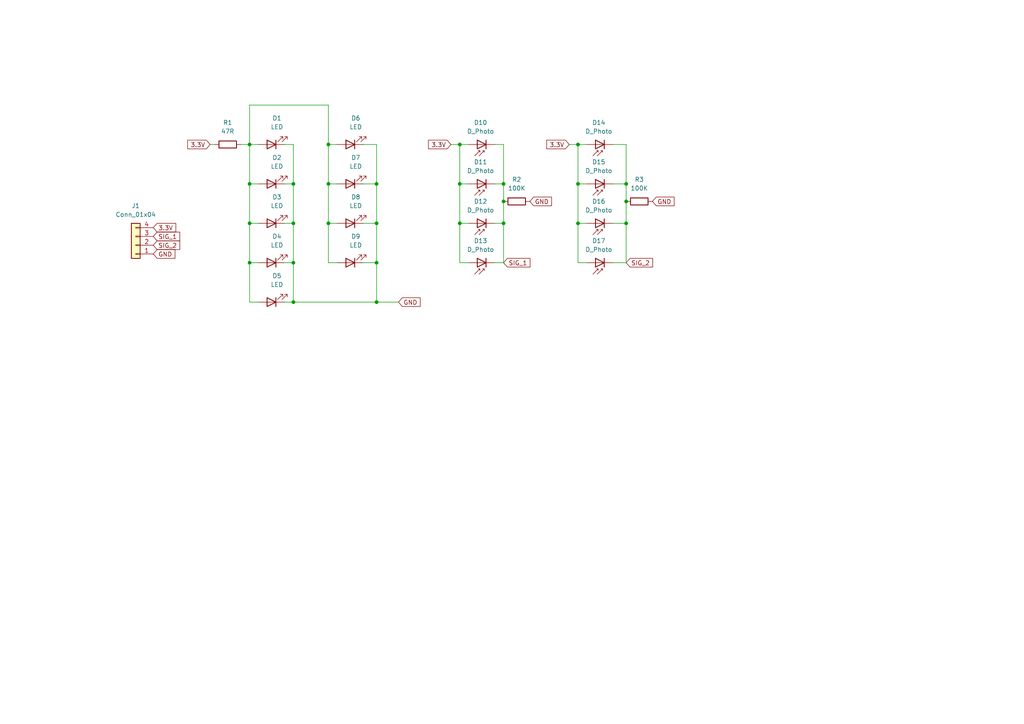
<source format=kicad_sch>
(kicad_sch (version 20211123) (generator eeschema)
  (paper "A4")
  (lib_symbols
    (symbol "Connector_Generic:Conn_01x04" (pin_names (offset 1.016) hide)
      (property "Reference" "J" (at 0 5.08 0))
      (property "Value" "Conn_01x04" (at 0 -7.62 0))
      (symbol "Conn_01x04_1_1"
        (rectangle (start -1.27 -4.953) (end 0 -5.207) (stroke (width 0.1524)))
        (rectangle (start -1.27 -2.413) (end 0 -2.667) (stroke (width 0.1524)))
        (rectangle (start -1.27 0.127) (end 0 -0.127) (stroke (width 0.1524)))
        (rectangle (start -1.27 2.667) (end 0 2.413) (stroke (width 0.1524)))
        (rectangle (start -1.27 3.81) (end 1.27 -6.35) (stroke (width 0.254)) (fill (type background)))
        (pin passive line (at -5.08 2.54 0) (length 3.81) (name "Pin_1") (number "1"))
        (pin passive line (at -5.08 0 0) (length 3.81) (name "Pin_2") (number "2"))
        (pin passive line (at -5.08 -2.54 0) (length 3.81) (name "Pin_3") (number "3"))
        (pin passive line (at -5.08 -5.08 0) (length 3.81) (name "Pin_4") (number "4"))
      )
    )
    (symbol "Device:D_Photo" (pin_numbers hide) (pin_names hide)
      (property "Reference" "D" (at 0.508 1.778 0))
      (property "Value" "D_Photo" (at -1.016 -2.794 0))
      (symbol "D_Photo_0_1"
        (polyline (pts (xy -2.54 1.27) (xy -2.54 -1.27)) (stroke (width 0.254)))
        (polyline (pts (xy -2.032 1.778) (xy -1.524 1.778)))
        (polyline (pts (xy 0 0) (xy -2.54 0)))
        (polyline (pts (xy -0.508 3.302) (xy -2.032 1.778) (xy -2.032 2.286)))
        (polyline (pts (xy 0 -1.27) (xy 0 1.27) (xy -2.54 0) (xy 0 -1.27)) (stroke (width 0.254)))
        (polyline (pts (xy 0.762 3.302) (xy -0.762 1.778) (xy -0.762 2.286) (xy -0.762 1.778) (xy -0.254 1.778)))
      )
      (symbol "D_Photo_1_1"
        (pin passive line (at -5.08 0 0) (length 2.54) (name "K") (number "1"))
        (pin passive line (at 2.54 0 180) (length 2.54) (name "A") (number "2"))
      )
    )
    (symbol "Device:LED" (pin_numbers hide) (pin_names (offset 1.016) hide)
      (property "Reference" "D" (at 0 2.54 0))
      (property "Value" "LED" (at 0 -2.54 0))
      (symbol "LED_0_1"
        (polyline (pts (xy -1.27 -1.27) (xy -1.27 1.27)) (stroke (width 0.254)))
        (polyline (pts (xy -1.27 0) (xy 1.27 0)))
        (polyline (pts (xy 1.27 -1.27) (xy 1.27 1.27) (xy -1.27 0) (xy 1.27 -1.27)) (stroke (width 0.254)))
        (polyline (pts (xy -3.048 -0.762) (xy -4.572 -2.286) (xy -3.81 -2.286) (xy -4.572 -2.286) (xy -4.572 -1.524)))
        (polyline (pts (xy -1.778 -0.762) (xy -3.302 -2.286) (xy -2.54 -2.286) (xy -3.302 -2.286) (xy -3.302 -1.524)))
      )
      (symbol "LED_1_1"
        (pin passive line (at -3.81 0 0) (length 2.54) (name "K") (number "1"))
        (pin passive line (at 3.81 0 180) (length 2.54) (name "A") (number "2"))
      )
    )
    (symbol "Device:R" (pin_numbers hide) (pin_names (offset 0))
      (property "Reference" "R" (at 2.032 0 90))
      (property "Value" "R" (at 0 0 90))
      (symbol "R_0_1"
        (rectangle (start -1.016 -2.54) (end 1.016 2.54) (stroke (width 0.254)))
      )
      (symbol "R_1_1"
        (pin passive line (at 0 3.81 270) (length 1.27) (name "~") (number "1"))
        (pin passive line (at 0 -3.81 90) (length 1.27) (name "~") (number "2"))
      )
    )
  )
  (junction (at 95.25 41.91))
  (junction (at 85.09 53.34))
  (junction (at 85.09 76.2))
  (junction (at 167.64 53.34))
  (junction (at 85.09 64.77))
  (junction (at 167.64 64.77))
  (junction (at 72.39 64.77))
  (junction (at 109.22 64.77))
  (junction (at 181.61 64.77))
  (junction (at 109.22 53.34))
  (junction (at 167.64 41.91))
  (junction (at 133.35 41.91))
  (junction (at 133.35 53.34))
  (junction (at 181.61 58.42))
  (junction (at 146.05 64.77))
  (junction (at 95.25 64.77))
  (junction (at 109.22 87.63))
  (junction (at 85.09 87.63))
  (junction (at 146.05 58.42))
  (junction (at 133.35 64.77))
  (junction (at 72.39 76.2))
  (junction (at 72.39 41.91))
  (junction (at 146.05 53.34))
  (junction (at 95.25 53.34))
  (junction (at 72.39 53.34))
  (junction (at 109.22 76.2))
  (junction (at 181.61 53.34))
  (wire (pts (xy 181.61 53.34) (xy 181.61 58.42)))
  (wire (pts (xy 85.09 64.77) (xy 85.09 76.2)))
  (wire (pts (xy 69.85 41.91) (xy 72.39 41.91)))
  (wire (pts (xy 143.51 64.77) (xy 146.05 64.77)))
  (wire (pts (xy 109.22 87.63) (xy 115.57 87.63)))
  (wire (pts (xy 181.61 64.77) (xy 181.61 76.2)))
  (wire (pts (xy 105.41 41.91) (xy 109.22 41.91)))
  (wire (pts (xy 72.39 53.34) (xy 74.93 53.34)))
  (wire (pts (xy 95.25 53.34) (xy 95.25 64.77)))
  (wire (pts (xy 177.8 53.34) (xy 181.61 53.34)))
  (wire (pts (xy 72.39 64.77) (xy 74.93 64.77)))
  (wire (pts (xy 181.61 41.91) (xy 181.61 53.34)))
  (wire (pts (xy 167.64 53.34) (xy 170.18 53.34)))
  (wire (pts (xy 72.39 76.2) (xy 72.39 87.63)))
  (wire (pts (xy 82.55 53.34) (xy 85.09 53.34)))
  (wire (pts (xy 177.8 41.91) (xy 181.61 41.91)))
  (wire (pts (xy 95.25 76.2) (xy 97.79 76.2)))
  (wire (pts (xy 167.64 64.77) (xy 170.18 64.77)))
  (wire (pts (xy 82.55 87.63) (xy 85.09 87.63)))
  (wire (pts (xy 130.81 41.91) (xy 133.35 41.91)))
  (wire (pts (xy 146.05 76.2) (xy 146.05 64.77)))
  (wire (pts (xy 146.05 41.91) (xy 143.51 41.91)))
  (wire (pts (xy 133.35 64.77) (xy 135.89 64.77)))
  (wire (pts (xy 109.22 64.77) (xy 109.22 76.2)))
  (wire (pts (xy 85.09 53.34) (xy 85.09 64.77)))
  (wire (pts (xy 133.35 53.34) (xy 135.89 53.34)))
  (wire (pts (xy 95.25 41.91) (xy 95.25 30.48)))
  (wire (pts (xy 146.05 53.34) (xy 146.05 41.91)))
  (wire (pts (xy 143.51 76.2) (xy 146.05 76.2)))
  (wire (pts (xy 133.35 53.34) (xy 133.35 64.77)))
  (wire (pts (xy 60.96 41.91) (xy 62.23 41.91)))
  (wire (pts (xy 133.35 76.2) (xy 135.89 76.2)))
  (wire (pts (xy 105.41 53.34) (xy 109.22 53.34)))
  (wire (pts (xy 82.55 64.77) (xy 85.09 64.77)))
  (wire (pts (xy 133.35 41.91) (xy 133.35 53.34)))
  (wire (pts (xy 97.79 41.91) (xy 95.25 41.91)))
  (wire (pts (xy 109.22 87.63) (xy 85.09 87.63)))
  (wire (pts (xy 82.55 41.91) (xy 85.09 41.91)))
  (wire (pts (xy 167.64 76.2) (xy 170.18 76.2)))
  (wire (pts (xy 95.25 30.48) (xy 72.39 30.48)))
  (wire (pts (xy 72.39 41.91) (xy 72.39 53.34)))
  (wire (pts (xy 95.25 64.77) (xy 97.79 64.77)))
  (wire (pts (xy 167.64 53.34) (xy 167.64 64.77)))
  (wire (pts (xy 109.22 76.2) (xy 105.41 76.2)))
  (wire (pts (xy 72.39 64.77) (xy 72.39 76.2)))
  (wire (pts (xy 95.25 64.77) (xy 95.25 76.2)))
  (wire (pts (xy 85.09 41.91) (xy 85.09 53.34)))
  (wire (pts (xy 95.25 53.34) (xy 97.79 53.34)))
  (wire (pts (xy 109.22 53.34) (xy 109.22 64.77)))
  (wire (pts (xy 109.22 41.91) (xy 109.22 53.34)))
  (wire (pts (xy 165.1 41.91) (xy 167.64 41.91)))
  (wire (pts (xy 74.93 41.91) (xy 72.39 41.91)))
  (wire (pts (xy 177.8 76.2) (xy 181.61 76.2)))
  (wire (pts (xy 146.05 64.77) (xy 146.05 58.42)))
  (wire (pts (xy 170.18 41.91) (xy 167.64 41.91)))
  (wire (pts (xy 146.05 58.42) (xy 146.05 53.34)))
  (wire (pts (xy 105.41 64.77) (xy 109.22 64.77)))
  (wire (pts (xy 109.22 76.2) (xy 109.22 87.63)))
  (wire (pts (xy 133.35 64.77) (xy 133.35 76.2)))
  (wire (pts (xy 85.09 76.2) (xy 85.09 87.63)))
  (wire (pts (xy 95.25 41.91) (xy 95.25 53.34)))
  (wire (pts (xy 72.39 53.34) (xy 72.39 64.77)))
  (wire (pts (xy 72.39 30.48) (xy 72.39 41.91)))
  (wire (pts (xy 167.64 64.77) (xy 167.64 76.2)))
  (wire (pts (xy 167.64 41.91) (xy 167.64 53.34)))
  (wire (pts (xy 181.61 58.42) (xy 181.61 64.77)))
  (wire (pts (xy 135.89 41.91) (xy 133.35 41.91)))
  (wire (pts (xy 143.51 53.34) (xy 146.05 53.34)))
  (wire (pts (xy 72.39 87.63) (xy 74.93 87.63)))
  (wire (pts (xy 72.39 76.2) (xy 74.93 76.2)))
  (wire (pts (xy 177.8 64.77) (xy 181.61 64.77)))
  (wire (pts (xy 82.55 76.2) (xy 85.09 76.2)))
  (global_label "3.3V" (shape input) (at 130.81 41.91 180) (property "シート間のリファレンス" "${INTERSHEET_REFS}" (effects hide)))
  (global_label "3.3V" (shape input) (at 44.45 66.04 0) (property "シート間のリファレンス" "${INTERSHEET_REFS}" (effects hide)))
  (global_label "GND" (shape input) (at 189.23 58.42 0) (property "シート間のリファレンス" "${INTERSHEET_REFS}" (effects hide)))
  (global_label "SIG_1" (shape input) (at 44.45 68.58 0) (property "シート間のリファレンス" "${INTERSHEET_REFS}" (effects hide)))
  (global_label "3.3V" (shape input) (at 60.96 41.91 180) (property "シート間のリファレンス" "${INTERSHEET_REFS}" (effects hide)))
  (global_label "GND" (shape input) (at 115.57 87.63 0) (property "シート間のリファレンス" "${INTERSHEET_REFS}" (effects hide)))
  (global_label "SIG_2" (shape input) (at 44.45 71.12 0) (property "シート間のリファレンス" "${INTERSHEET_REFS}" (effects hide)))
  (global_label "GND" (shape input) (at 44.45 73.66 0) (property "シート間のリファレンス" "${INTERSHEET_REFS}" (effects hide)))
  (global_label "GND" (shape input) (at 153.67 58.42 0) (property "シート間のリファレンス" "${INTERSHEET_REFS}" (effects hide)))
  (global_label "SIG_1" (shape input) (at 146.05 76.2 0) (property "シート間のリファレンス" "${INTERSHEET_REFS}" (effects hide)))
  (global_label "3.3V" (shape input) (at 165.1 41.91 180) (property "シート間のリファレンス" "${INTERSHEET_REFS}" (effects hide)))
  (global_label "SIG_2" (shape input) (at 181.61 76.2 0) (property "シート間のリファレンス" "${INTERSHEET_REFS}" (effects hide)))
  (symbol (lib_id "Device:R") (at 185.42 58.42 90) (unit 1)
    (property "Reference" "R3" (at 185.42 52.07 90))
    (property "Value" "100K" (at 185.42 54.61 90))
    (property "Footprint" "Resistor_THT:R_Axial_DIN0411_L9.9mm_D3.6mm_P15.24mm_Horizontal" (effects hide))
  )
  (symbol (lib_id "Device:LED") (at 101.6 64.77 180) (unit 1)
    (property "Reference" "D8" (at 103.1875 57.15 0))
    (property "Value" "LED" (at 103.1875 59.69 0))
    (property "Footprint" "LED_THT:LED_D3.0mm" (effects hide))
  )
  (symbol (lib_id "Device:D_Photo") (at 138.43 53.34 180) (unit 1)
    (property "Reference" "D11" (at 139.3825 46.99 0))
    (property "Value" "D_Photo" (at 139.3825 49.53 0))
    (property "Footprint" "RCJ_Library:NJL7302L_F3" (effects hide))
  )
  (symbol (lib_id "Device:LED") (at 78.74 41.91 180) (unit 1)
    (property "Reference" "D1" (at 80.3275 34.29 0))
    (property "Value" "LED" (at 80.3275 36.83 0))
    (property "Footprint" "LED_THT:LED_D3.0mm" (effects hide))
  )
  (symbol (lib_id "Device:LED") (at 101.6 76.2 180) (unit 1)
    (property "Reference" "D9" (at 103.1875 68.58 0))
    (property "Value" "LED" (at 103.1875 71.12 0))
    (property "Footprint" "LED_THT:LED_D3.0mm" (effects hide))
  )
  (symbol (lib_id "Device:D_Photo") (at 172.72 53.34 180) (unit 1)
    (property "Reference" "D15" (at 173.6725 46.99 0))
    (property "Value" "D_Photo" (at 173.6725 49.53 0))
    (property "Footprint" "RCJ_Library:NJL7302L_F3" (effects hide))
  )
  (symbol (lib_id "Device:R") (at 149.86 58.42 90) (unit 1)
    (property "Reference" "R2" (at 149.86 52.07 90))
    (property "Value" "100K" (at 149.86 54.61 90))
    (property "Footprint" "Resistor_THT:R_Axial_DIN0411_L9.9mm_D3.6mm_P15.24mm_Horizontal" (effects hide))
  )
  (symbol (lib_id "Device:D_Photo") (at 138.43 64.77 180) (unit 1)
    (property "Reference" "D12" (at 139.3825 58.42 0))
    (property "Value" "D_Photo" (at 139.3825 60.96 0))
    (property "Footprint" "RCJ_Library:NJL7302L_F3" (effects hide))
  )
  (symbol (lib_id "Connector_Generic:Conn_01x04") (at 39.37 71.12 180) (unit 1)
    (property "Reference" "J1" (at 39.37 59.69 0))
    (property "Value" "Conn_01x04" (at 39.37 62.23 0))
    (property "Footprint" "Connector_JST:JST_XH_S4B-XH-A-1_1x04_P2.50mm_Horizontal" (effects hide))
  )
  (symbol (lib_id "Device:D_Photo") (at 172.72 41.91 180) (unit 1)
    (property "Reference" "D14" (at 173.6725 35.56 0))
    (property "Value" "D_Photo" (at 173.6725 38.1 0))
    (property "Footprint" "RCJ_Library:NJL7302L_F3" (effects hide))
  )
  (symbol (lib_id "Device:R") (at 66.04 41.91 90) (unit 1)
    (property "Reference" "R1" (at 66.04 35.56 90))
    (property "Value" "47R" (at 66.04 38.1 90))
    (property "Footprint" "Resistor_THT:R_Axial_DIN0411_L9.9mm_D3.6mm_P15.24mm_Horizontal" (effects hide))
  )
  (symbol (lib_id "Device:LED") (at 78.74 76.2 180) (unit 1)
    (property "Reference" "D4" (at 80.3275 68.58 0))
    (property "Value" "LED" (at 80.3275 71.12 0))
    (property "Footprint" "LED_THT:LED_D3.0mm" (effects hide))
  )
  (symbol (lib_id "Device:D_Photo") (at 172.72 76.2 180) (unit 1)
    (property "Reference" "D17" (at 173.6725 69.85 0))
    (property "Value" "D_Photo" (at 173.6725 72.39 0))
    (property "Footprint" "RCJ_Library:NJL7302L_F3" (effects hide))
  )
  (symbol (lib_id "Device:LED") (at 78.74 87.63 180) (unit 1)
    (property "Reference" "D5" (at 80.3275 80.01 0))
    (property "Value" "LED" (at 80.3275 82.55 0))
    (property "Footprint" "LED_THT:LED_D3.0mm" (effects hide))
  )
  (symbol (lib_id "Device:LED") (at 78.74 53.34 180) (unit 1)
    (property "Reference" "D2" (at 80.3275 45.72 0))
    (property "Value" "LED" (at 80.3275 48.26 0))
    (property "Footprint" "LED_THT:LED_D3.0mm" (effects hide))
  )
  (symbol (lib_id "Device:D_Photo") (at 138.43 76.2 180) (unit 1)
    (property "Reference" "D13" (at 139.3825 69.85 0))
    (property "Value" "D_Photo" (at 139.3825 72.39 0))
    (property "Footprint" "RCJ_Library:NJL7302L_F3" (effects hide))
  )
  (symbol (lib_id "Device:LED") (at 78.74 64.77 180) (unit 1)
    (property "Reference" "D3" (at 80.3275 57.15 0))
    (property "Value" "LED" (at 80.3275 59.69 0))
    (property "Footprint" "LED_THT:LED_D3.0mm" (effects hide))
  )
  (symbol (lib_id "Device:LED") (at 101.6 53.34 180) (unit 1)
    (property "Reference" "D7" (at 103.1875 45.72 0))
    (property "Value" "LED" (at 103.1875 48.26 0))
    (property "Footprint" "LED_THT:LED_D3.0mm" (effects hide))
  )
  (symbol (lib_id "Device:D_Photo") (at 172.72 64.77 180) (unit 1)
    (property "Reference" "D16" (at 173.6725 58.42 0))
    (property "Value" "D_Photo" (at 173.6725 60.96 0))
    (property "Footprint" "RCJ_Library:NJL7302L_F3" (effects hide))
  )
  (symbol (lib_id "Device:D_Photo") (at 138.43 41.91 180) (unit 1)
    (property "Reference" "D10" (at 139.3825 35.56 0))
    (property "Value" "D_Photo" (at 139.3825 38.1 0))
    (property "Footprint" "RCJ_Library:NJL7302L_F3" (effects hide))
  )
  (symbol (lib_id "Device:LED") (at 101.6 41.91 180) (unit 1)
    (property "Reference" "D6" (at 103.1875 34.29 0))
    (property "Value" "LED" (at 103.1875 36.83 0))
    (property "Footprint" "LED_THT:LED_D3.0mm" (effects hide))
  )
)
</source>
